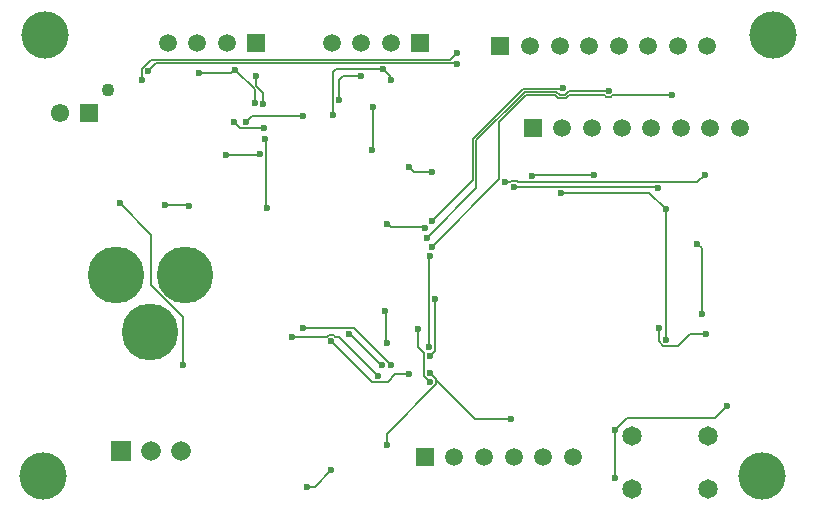
<source format=gbl>
G04*
G04 #@! TF.GenerationSoftware,Altium Limited,Altium Designer,24.0.1 (36)*
G04*
G04 Layer_Physical_Order=2*
G04 Layer_Color=16711680*
%FSLAX44Y44*%
%MOMM*%
G71*
G04*
G04 #@! TF.SameCoordinates,AE154294-96CE-490B-A9AE-858F9377290F*
G04*
G04*
G04 #@! TF.FilePolarity,Positive*
G04*
G01*
G75*
%ADD42C,1.1000*%
%ADD43C,1.5500*%
%ADD44R,1.5500X1.5500*%
%ADD53C,0.1524*%
%ADD56C,1.5080*%
%ADD57R,1.5080X1.5080*%
%ADD58C,1.6500*%
%ADD59C,4.8000*%
%ADD60R,1.6650X1.6650*%
%ADD61C,1.6650*%
%ADD62C,0.6000*%
%ADD63C,4.0000*%
D42*
X1050850Y762780D02*
D03*
D43*
X1009850Y742780D02*
D03*
D44*
X1034850D02*
D03*
D53*
X1508760Y675640D02*
X1522730Y661670D01*
X1433830Y675640D02*
X1508760D01*
X1436501Y680085D02*
X1515745D01*
X1435914Y680672D02*
X1436501Y680085D01*
X1395095D02*
X1431159D01*
X1431746Y680672D02*
X1435914D01*
X1431159Y680085D02*
X1431746Y680672D01*
X1386840Y684530D02*
X1391154D01*
X1396544Y685752D02*
X1397766Y684530D01*
X1391154D02*
X1392376Y685752D01*
X1396544D01*
X1397766Y684530D02*
X1549400D01*
X1515745Y680085D02*
X1516380Y679450D01*
X1394460Y680720D02*
X1395095Y680085D01*
X1087143Y788189D02*
X1340639D01*
X1079500Y780546D02*
X1087143Y788189D01*
X1079500Y770890D02*
Y780546D01*
X1340639Y788189D02*
X1346200Y793750D01*
X1084580Y778510D02*
X1091465Y785395D01*
X1345665D01*
X1243536Y780363D02*
X1283387D01*
X1127760Y777240D02*
X1154489D01*
X1157029Y779780D01*
X1158240D01*
X1345665Y785395D02*
X1346200Y784860D01*
X1289464Y771746D02*
X1290320Y770890D01*
X1289464Y771746D02*
Y774286D01*
X1283387Y780363D02*
X1289464Y774286D01*
X1409700Y689610D02*
X1410335Y690245D01*
X1156970Y735330D02*
X1162050Y730250D01*
X1167130Y735330D02*
X1172210Y740410D01*
X1162050Y730250D02*
X1182370D01*
X1219200Y426720D02*
X1225550D01*
X1239520Y440690D01*
X1402305Y763778D02*
X1435608D01*
X1436163Y764333D01*
X1410335Y690245D02*
X1461135D01*
X1461770Y690880D01*
X1549400Y684530D02*
X1555750Y690880D01*
X1324610Y629920D02*
X1381760Y687070D01*
Y735330D01*
X1324610Y651494D02*
X1359766Y686650D01*
Y721238D01*
X1402305Y763778D01*
X1440946Y762000D02*
X1474470D01*
X1429112Y758190D02*
X1431858Y755444D01*
X1433016Y758238D02*
X1437184D01*
X1404620Y758190D02*
X1429112D01*
X1441088D02*
X1471164D01*
X1431858Y755444D02*
X1438342D01*
X1403463Y760984D02*
X1430270D01*
X1438342Y755444D02*
X1441088Y758190D01*
X1430270Y760984D02*
X1433016Y758238D01*
X1362560Y720081D02*
X1403463Y760984D01*
X1437184Y758238D02*
X1440946Y762000D01*
X1476554Y756968D02*
X1477776Y758190D01*
X1471164D02*
X1472386Y756968D01*
X1476554D01*
X1381760Y735330D02*
X1404620Y758190D01*
X1362560Y679300D02*
Y720081D01*
X1318242Y646430D02*
X1318794Y645878D01*
X1290261Y646430D02*
X1318242D01*
X1320800Y637540D02*
X1362560Y679300D01*
X1477776Y758190D02*
X1527810D01*
X1322705Y621665D02*
X1323340Y622300D01*
X1522730Y551228D02*
Y661670D01*
X1516884Y549958D02*
Y560836D01*
Y549958D02*
X1520646Y546196D01*
X1533195D01*
X1543259Y556260D02*
X1557020D01*
X1533195Y546196D02*
X1543259Y556260D01*
X1549400Y632460D02*
X1553210Y628650D01*
Y572770D02*
Y628650D01*
X1479550Y474980D02*
X1489710Y485140D01*
X1564640D01*
X1574800Y495300D01*
X1479550Y434340D02*
Y474980D01*
X1323340Y523240D02*
X1328372Y518208D01*
Y516938D02*
X1361440Y483870D01*
X1328372Y513536D02*
Y516938D01*
X1286510Y471674D02*
X1328372Y513536D01*
X1318308Y520652D02*
X1323340Y515620D01*
X1286510Y462280D02*
Y471674D01*
X1328372Y516938D02*
Y518208D01*
X1318308Y520652D02*
Y539702D01*
X1361440Y483870D02*
X1391920D01*
X1327737Y541607D02*
Y585470D01*
X1323340Y537210D02*
X1327737Y541607D01*
X1313180Y544830D02*
X1318308Y539702D01*
X1309370Y693420D02*
X1324610D01*
X1305560Y697230D02*
X1309370Y693420D01*
X1287721Y648970D02*
X1290261Y646430D01*
X1286510Y648970D02*
X1287721D01*
X1322070Y544830D02*
X1322705Y545465D01*
Y621665D01*
X1313180Y544830D02*
Y560070D01*
X1239520Y549910D02*
X1273762Y515668D01*
X1287426D01*
X1293776Y522018D01*
X1305608D01*
X1241604Y554942D02*
X1242826Y553720D01*
X1236214D02*
X1237436Y554942D01*
X1206500Y553720D02*
X1236214D01*
X1237436Y554942D02*
X1241604D01*
X1242826Y553720D02*
X1245870D01*
X1285875Y549275D02*
X1286510Y548640D01*
X1285875Y549275D02*
Y574675D01*
X1282065Y529590D02*
X1282700D01*
X1255395Y556260D02*
X1282065Y529590D01*
X1258570Y561340D02*
X1290320Y529590D01*
X1245870Y553720D02*
X1278890Y520700D01*
X1254760Y556260D02*
X1255395D01*
X1285240Y575310D02*
X1285875Y574675D01*
X1215390Y561340D02*
X1258570D01*
X1184484Y663365D02*
X1184910Y662940D01*
X1184484Y663365D02*
Y720516D01*
X1183640Y721360D02*
X1184484Y720516D01*
X1245870Y770890D02*
X1249680Y774700D01*
X1264920D01*
X1245870Y754380D02*
Y770890D01*
X1240790Y741680D02*
Y777617D01*
X1243536Y780363D01*
X1274624Y747574D02*
X1275080Y748030D01*
X1274167Y711557D02*
X1274624Y712014D01*
Y747574D01*
X1181879Y750414D02*
Y760092D01*
X1176020Y765951D02*
Y774748D01*
Y765951D02*
X1181879Y760092D01*
X1151066Y707836D02*
X1179006D01*
X1179453Y708282D01*
X1172210Y740410D02*
X1215390D01*
X1174750Y751840D02*
Y763270D01*
X1150620Y707390D02*
X1151066Y707836D01*
X1099185Y664845D02*
X1118235D01*
X1098550Y665480D02*
X1099185Y664845D01*
X1118235D02*
X1118870Y664210D01*
X1087120Y597445D02*
Y640080D01*
X1060450Y666750D02*
X1087120Y640080D01*
X1113790Y529590D02*
Y570775D01*
X1087120Y597445D02*
X1113790Y570775D01*
X1085850Y557530D02*
X1086485Y556895D01*
Y457835D02*
X1087120Y457200D01*
X1158240Y779780D02*
X1174750Y763270D01*
D56*
X1443990Y452120D02*
D03*
X1418990D02*
D03*
X1343990D02*
D03*
X1393990D02*
D03*
X1368990D02*
D03*
X1460430Y730250D02*
D03*
X1485430D02*
D03*
X1435430D02*
D03*
X1510430D02*
D03*
X1535430D02*
D03*
X1560430D02*
D03*
X1585430D02*
D03*
X1290188Y802640D02*
D03*
X1265188D02*
D03*
X1240188D02*
D03*
X1432960Y800100D02*
D03*
X1457960D02*
D03*
X1407960D02*
D03*
X1482960D02*
D03*
X1507960D02*
D03*
X1532960D02*
D03*
X1557960D02*
D03*
X1151090Y802640D02*
D03*
X1126090D02*
D03*
X1101090D02*
D03*
D57*
X1318990Y452120D02*
D03*
X1410430Y730250D02*
D03*
X1315188Y802640D02*
D03*
X1382960Y800100D02*
D03*
X1176090Y802640D02*
D03*
D58*
X1559040Y424540D02*
D03*
X1494040D02*
D03*
X1559040Y469540D02*
D03*
X1494040D02*
D03*
D59*
X1115850Y605530D02*
D03*
X1057850D02*
D03*
X1085850Y557530D02*
D03*
D60*
X1061720Y457200D02*
D03*
D61*
X1087120D02*
D03*
X1112520D02*
D03*
D62*
X1433830Y675640D02*
D03*
X1079500Y770890D02*
D03*
X1283387Y780363D02*
D03*
X1127760Y777240D02*
D03*
X1346200Y793750D02*
D03*
X1084580Y778510D02*
D03*
X1346200Y784860D02*
D03*
X1290320Y770890D02*
D03*
X1176020Y774748D02*
D03*
X1409700Y689610D02*
D03*
X1156970Y735330D02*
D03*
X1167130D02*
D03*
X1182370Y730250D02*
D03*
X1219200Y426720D02*
D03*
X1239520Y440690D02*
D03*
X1436163Y764333D02*
D03*
X1461770Y690880D02*
D03*
X1516380Y679450D02*
D03*
X1394460Y680720D02*
D03*
X1555750Y690880D02*
D03*
X1386840Y684530D02*
D03*
X1324610Y651494D02*
D03*
X1318794Y645878D02*
D03*
X1320800Y637540D02*
D03*
X1474470Y762000D02*
D03*
X1527810Y758190D02*
D03*
X1324610Y629920D02*
D03*
X1323340Y622300D02*
D03*
X1516884Y560836D02*
D03*
X1522730Y551228D02*
D03*
X1557020Y556260D02*
D03*
X1522730Y661670D02*
D03*
X1549400Y632460D02*
D03*
X1553210Y572770D02*
D03*
X1574800Y495300D02*
D03*
X1479550Y434340D02*
D03*
Y474980D02*
D03*
X1323340Y515620D02*
D03*
Y523240D02*
D03*
X1327737Y585470D02*
D03*
X1323340Y537210D02*
D03*
X1305560Y697230D02*
D03*
X1324610Y693420D02*
D03*
X1286510Y648970D02*
D03*
X1391920Y483870D02*
D03*
X1322070Y544830D02*
D03*
X1313180Y560070D02*
D03*
X1239520Y549910D02*
D03*
X1305608Y522018D02*
D03*
X1286510Y548640D02*
D03*
X1290320Y529590D02*
D03*
X1282700D02*
D03*
X1278890Y520700D02*
D03*
X1254760Y556260D02*
D03*
X1285240Y575310D02*
D03*
X1286510Y462280D02*
D03*
X1215390Y561340D02*
D03*
X1206500Y553720D02*
D03*
X1183640Y721360D02*
D03*
X1184910Y662940D02*
D03*
X1264920Y774700D02*
D03*
X1245870Y754380D02*
D03*
X1240790Y741680D02*
D03*
X1275080Y748030D02*
D03*
X1274167Y711557D02*
D03*
X1181879Y750414D02*
D03*
X1179453Y708282D02*
D03*
X1174750Y751840D02*
D03*
X1215390Y740410D02*
D03*
X1150620Y707390D02*
D03*
X1098550Y665480D02*
D03*
X1118870Y664210D02*
D03*
X1060450Y666750D02*
D03*
X1113790Y529590D02*
D03*
X1158240Y779780D02*
D03*
D63*
X1604010Y435610D02*
D03*
X995680D02*
D03*
X996950Y808990D02*
D03*
X1613760D02*
D03*
M02*

</source>
